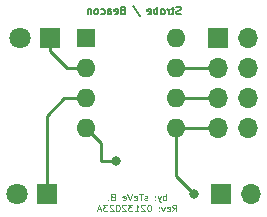
<source format=gbr>
G04 #@! TF.GenerationSoftware,KiCad,Pcbnew,(5.1.5)-3*
G04 #@! TF.CreationDate,2023-02-14T15:50:30-08:00*
G04 #@! TF.ProjectId,LED_Strobe,4c45445f-5374-4726-9f62-652e6b696361,rev?*
G04 #@! TF.SameCoordinates,Original*
G04 #@! TF.FileFunction,Copper,L2,Bot*
G04 #@! TF.FilePolarity,Positive*
%FSLAX46Y46*%
G04 Gerber Fmt 4.6, Leading zero omitted, Abs format (unit mm)*
G04 Created by KiCad (PCBNEW (5.1.5)-3) date 2023-02-14 15:50:30*
%MOMM*%
%LPD*%
G04 APERTURE LIST*
%ADD10C,0.101600*%
%ADD11C,0.152400*%
%ADD12O,1.700000X1.700000*%
%ADD13R,1.700000X1.700000*%
%ADD14O,1.600000X1.600000*%
%ADD15R,1.600000X1.600000*%
%ADD16C,1.800000*%
%ADD17R,1.800000X1.800000*%
%ADD18C,0.800000*%
%ADD19C,0.250000*%
G04 APERTURE END LIST*
D10*
X117777380Y-104684890D02*
X117777380Y-104126090D01*
X117777380Y-104338966D02*
X117724161Y-104312357D01*
X117617723Y-104312357D01*
X117564504Y-104338966D01*
X117537895Y-104365576D01*
X117511285Y-104418795D01*
X117511285Y-104578452D01*
X117537895Y-104631671D01*
X117564504Y-104658280D01*
X117617723Y-104684890D01*
X117724161Y-104684890D01*
X117777380Y-104658280D01*
X117325019Y-104312357D02*
X117191971Y-104684890D01*
X117058923Y-104312357D02*
X117191971Y-104684890D01*
X117245190Y-104817938D01*
X117271800Y-104844547D01*
X117325019Y-104871157D01*
X116846047Y-104631671D02*
X116819438Y-104658280D01*
X116846047Y-104684890D01*
X116872657Y-104658280D01*
X116846047Y-104631671D01*
X116846047Y-104684890D01*
X116846047Y-104338966D02*
X116819438Y-104365576D01*
X116846047Y-104392185D01*
X116872657Y-104365576D01*
X116846047Y-104338966D01*
X116846047Y-104392185D01*
X116180809Y-104658280D02*
X116127590Y-104684890D01*
X116021152Y-104684890D01*
X115967933Y-104658280D01*
X115941323Y-104605061D01*
X115941323Y-104578452D01*
X115967933Y-104525233D01*
X116021152Y-104498623D01*
X116100980Y-104498623D01*
X116154200Y-104472014D01*
X116180809Y-104418795D01*
X116180809Y-104392185D01*
X116154200Y-104338966D01*
X116100980Y-104312357D01*
X116021152Y-104312357D01*
X115967933Y-104338966D01*
X115781666Y-104126090D02*
X115462352Y-104126090D01*
X115622009Y-104684890D02*
X115622009Y-104126090D01*
X115063209Y-104658280D02*
X115116428Y-104684890D01*
X115222866Y-104684890D01*
X115276085Y-104658280D01*
X115302695Y-104605061D01*
X115302695Y-104392185D01*
X115276085Y-104338966D01*
X115222866Y-104312357D01*
X115116428Y-104312357D01*
X115063209Y-104338966D01*
X115036600Y-104392185D01*
X115036600Y-104445404D01*
X115302695Y-104498623D01*
X114876942Y-104126090D02*
X114690676Y-104684890D01*
X114504409Y-104126090D01*
X114105266Y-104658280D02*
X114158485Y-104684890D01*
X114264923Y-104684890D01*
X114318142Y-104658280D01*
X114344752Y-104605061D01*
X114344752Y-104392185D01*
X114318142Y-104338966D01*
X114264923Y-104312357D01*
X114158485Y-104312357D01*
X114105266Y-104338966D01*
X114078657Y-104392185D01*
X114078657Y-104445404D01*
X114344752Y-104498623D01*
X113227152Y-104392185D02*
X113147323Y-104418795D01*
X113120714Y-104445404D01*
X113094104Y-104498623D01*
X113094104Y-104578452D01*
X113120714Y-104631671D01*
X113147323Y-104658280D01*
X113200542Y-104684890D01*
X113413419Y-104684890D01*
X113413419Y-104126090D01*
X113227152Y-104126090D01*
X113173933Y-104152700D01*
X113147323Y-104179309D01*
X113120714Y-104232528D01*
X113120714Y-104285747D01*
X113147323Y-104338966D01*
X113173933Y-104365576D01*
X113227152Y-104392185D01*
X113413419Y-104392185D01*
X112854619Y-104631671D02*
X112828009Y-104658280D01*
X112854619Y-104684890D01*
X112881228Y-104658280D01*
X112854619Y-104631671D01*
X112854619Y-104684890D01*
X118309571Y-105624690D02*
X118495838Y-105358595D01*
X118628885Y-105624690D02*
X118628885Y-105065890D01*
X118416009Y-105065890D01*
X118362790Y-105092500D01*
X118336180Y-105119109D01*
X118309571Y-105172328D01*
X118309571Y-105252157D01*
X118336180Y-105305376D01*
X118362790Y-105331985D01*
X118416009Y-105358595D01*
X118628885Y-105358595D01*
X117857209Y-105598080D02*
X117910428Y-105624690D01*
X118016866Y-105624690D01*
X118070085Y-105598080D01*
X118096695Y-105544861D01*
X118096695Y-105331985D01*
X118070085Y-105278766D01*
X118016866Y-105252157D01*
X117910428Y-105252157D01*
X117857209Y-105278766D01*
X117830600Y-105331985D01*
X117830600Y-105385204D01*
X118096695Y-105438423D01*
X117644333Y-105252157D02*
X117511285Y-105624690D01*
X117378238Y-105252157D01*
X117165361Y-105571471D02*
X117138752Y-105598080D01*
X117165361Y-105624690D01*
X117191971Y-105598080D01*
X117165361Y-105571471D01*
X117165361Y-105624690D01*
X117165361Y-105278766D02*
X117138752Y-105305376D01*
X117165361Y-105331985D01*
X117191971Y-105305376D01*
X117165361Y-105278766D01*
X117165361Y-105331985D01*
X116367076Y-105065890D02*
X116313857Y-105065890D01*
X116260638Y-105092500D01*
X116234028Y-105119109D01*
X116207419Y-105172328D01*
X116180809Y-105278766D01*
X116180809Y-105411814D01*
X116207419Y-105518252D01*
X116234028Y-105571471D01*
X116260638Y-105598080D01*
X116313857Y-105624690D01*
X116367076Y-105624690D01*
X116420295Y-105598080D01*
X116446904Y-105571471D01*
X116473514Y-105518252D01*
X116500123Y-105411814D01*
X116500123Y-105278766D01*
X116473514Y-105172328D01*
X116446904Y-105119109D01*
X116420295Y-105092500D01*
X116367076Y-105065890D01*
X115967933Y-105119109D02*
X115941323Y-105092500D01*
X115888104Y-105065890D01*
X115755057Y-105065890D01*
X115701838Y-105092500D01*
X115675228Y-105119109D01*
X115648619Y-105172328D01*
X115648619Y-105225547D01*
X115675228Y-105305376D01*
X115994542Y-105624690D01*
X115648619Y-105624690D01*
X115116428Y-105624690D02*
X115435742Y-105624690D01*
X115276085Y-105624690D02*
X115276085Y-105065890D01*
X115329304Y-105145719D01*
X115382523Y-105198938D01*
X115435742Y-105225547D01*
X114930161Y-105065890D02*
X114584238Y-105065890D01*
X114770504Y-105278766D01*
X114690676Y-105278766D01*
X114637457Y-105305376D01*
X114610847Y-105331985D01*
X114584238Y-105385204D01*
X114584238Y-105518252D01*
X114610847Y-105571471D01*
X114637457Y-105598080D01*
X114690676Y-105624690D01*
X114850333Y-105624690D01*
X114903552Y-105598080D01*
X114930161Y-105571471D01*
X114371361Y-105119109D02*
X114344752Y-105092500D01*
X114291533Y-105065890D01*
X114158485Y-105065890D01*
X114105266Y-105092500D01*
X114078657Y-105119109D01*
X114052047Y-105172328D01*
X114052047Y-105225547D01*
X114078657Y-105305376D01*
X114397971Y-105624690D01*
X114052047Y-105624690D01*
X113706123Y-105065890D02*
X113652904Y-105065890D01*
X113599685Y-105092500D01*
X113573076Y-105119109D01*
X113546466Y-105172328D01*
X113519857Y-105278766D01*
X113519857Y-105411814D01*
X113546466Y-105518252D01*
X113573076Y-105571471D01*
X113599685Y-105598080D01*
X113652904Y-105624690D01*
X113706123Y-105624690D01*
X113759342Y-105598080D01*
X113785952Y-105571471D01*
X113812561Y-105518252D01*
X113839171Y-105411814D01*
X113839171Y-105278766D01*
X113812561Y-105172328D01*
X113785952Y-105119109D01*
X113759342Y-105092500D01*
X113706123Y-105065890D01*
X113306980Y-105119109D02*
X113280371Y-105092500D01*
X113227152Y-105065890D01*
X113094104Y-105065890D01*
X113040885Y-105092500D01*
X113014276Y-105119109D01*
X112987666Y-105172328D01*
X112987666Y-105225547D01*
X113014276Y-105305376D01*
X113333590Y-105624690D01*
X112987666Y-105624690D01*
X112801400Y-105065890D02*
X112455476Y-105065890D01*
X112641742Y-105278766D01*
X112561914Y-105278766D01*
X112508695Y-105305376D01*
X112482085Y-105331985D01*
X112455476Y-105385204D01*
X112455476Y-105518252D01*
X112482085Y-105571471D01*
X112508695Y-105598080D01*
X112561914Y-105624690D01*
X112721571Y-105624690D01*
X112774790Y-105598080D01*
X112801400Y-105571471D01*
X112242600Y-105465033D02*
X111976504Y-105465033D01*
X112295819Y-105624690D02*
X112109552Y-105065890D01*
X111923285Y-105624690D01*
D11*
X119008071Y-88903023D02*
X118917357Y-88933261D01*
X118766166Y-88933261D01*
X118705690Y-88903023D01*
X118675452Y-88872785D01*
X118645214Y-88812309D01*
X118645214Y-88751833D01*
X118675452Y-88691357D01*
X118705690Y-88661119D01*
X118766166Y-88630880D01*
X118887119Y-88600642D01*
X118947595Y-88570404D01*
X118977833Y-88540166D01*
X119008071Y-88479690D01*
X119008071Y-88419214D01*
X118977833Y-88358738D01*
X118947595Y-88328500D01*
X118887119Y-88298261D01*
X118735928Y-88298261D01*
X118645214Y-88328500D01*
X118463785Y-88509928D02*
X118221880Y-88509928D01*
X118373071Y-88298261D02*
X118373071Y-88842547D01*
X118342833Y-88903023D01*
X118282357Y-88933261D01*
X118221880Y-88933261D01*
X118010214Y-88933261D02*
X118010214Y-88509928D01*
X118010214Y-88630880D02*
X117979976Y-88570404D01*
X117949738Y-88540166D01*
X117889261Y-88509928D01*
X117828785Y-88509928D01*
X117526404Y-88933261D02*
X117586880Y-88903023D01*
X117617119Y-88872785D01*
X117647357Y-88812309D01*
X117647357Y-88630880D01*
X117617119Y-88570404D01*
X117586880Y-88540166D01*
X117526404Y-88509928D01*
X117435690Y-88509928D01*
X117375214Y-88540166D01*
X117344976Y-88570404D01*
X117314738Y-88630880D01*
X117314738Y-88812309D01*
X117344976Y-88872785D01*
X117375214Y-88903023D01*
X117435690Y-88933261D01*
X117526404Y-88933261D01*
X117042595Y-88933261D02*
X117042595Y-88298261D01*
X117042595Y-88540166D02*
X116982119Y-88509928D01*
X116861166Y-88509928D01*
X116800690Y-88540166D01*
X116770452Y-88570404D01*
X116740214Y-88630880D01*
X116740214Y-88812309D01*
X116770452Y-88872785D01*
X116800690Y-88903023D01*
X116861166Y-88933261D01*
X116982119Y-88933261D01*
X117042595Y-88903023D01*
X116226166Y-88903023D02*
X116286642Y-88933261D01*
X116407595Y-88933261D01*
X116468071Y-88903023D01*
X116498309Y-88842547D01*
X116498309Y-88600642D01*
X116468071Y-88540166D01*
X116407595Y-88509928D01*
X116286642Y-88509928D01*
X116226166Y-88540166D01*
X116195928Y-88600642D01*
X116195928Y-88661119D01*
X116498309Y-88721595D01*
X114986404Y-88268023D02*
X115530690Y-89084452D01*
X114079261Y-88600642D02*
X113988547Y-88630880D01*
X113958309Y-88661119D01*
X113928071Y-88721595D01*
X113928071Y-88812309D01*
X113958309Y-88872785D01*
X113988547Y-88903023D01*
X114049023Y-88933261D01*
X114290928Y-88933261D01*
X114290928Y-88298261D01*
X114079261Y-88298261D01*
X114018785Y-88328500D01*
X113988547Y-88358738D01*
X113958309Y-88419214D01*
X113958309Y-88479690D01*
X113988547Y-88540166D01*
X114018785Y-88570404D01*
X114079261Y-88600642D01*
X114290928Y-88600642D01*
X113414023Y-88903023D02*
X113474500Y-88933261D01*
X113595452Y-88933261D01*
X113655928Y-88903023D01*
X113686166Y-88842547D01*
X113686166Y-88600642D01*
X113655928Y-88540166D01*
X113595452Y-88509928D01*
X113474500Y-88509928D01*
X113414023Y-88540166D01*
X113383785Y-88600642D01*
X113383785Y-88661119D01*
X113686166Y-88721595D01*
X112839500Y-88933261D02*
X112839500Y-88600642D01*
X112869738Y-88540166D01*
X112930214Y-88509928D01*
X113051166Y-88509928D01*
X113111642Y-88540166D01*
X112839500Y-88903023D02*
X112899976Y-88933261D01*
X113051166Y-88933261D01*
X113111642Y-88903023D01*
X113141880Y-88842547D01*
X113141880Y-88782071D01*
X113111642Y-88721595D01*
X113051166Y-88691357D01*
X112899976Y-88691357D01*
X112839500Y-88661119D01*
X112264976Y-88903023D02*
X112325452Y-88933261D01*
X112446404Y-88933261D01*
X112506880Y-88903023D01*
X112537119Y-88872785D01*
X112567357Y-88812309D01*
X112567357Y-88630880D01*
X112537119Y-88570404D01*
X112506880Y-88540166D01*
X112446404Y-88509928D01*
X112325452Y-88509928D01*
X112264976Y-88540166D01*
X111902119Y-88933261D02*
X111962595Y-88903023D01*
X111992833Y-88872785D01*
X112023071Y-88812309D01*
X112023071Y-88630880D01*
X111992833Y-88570404D01*
X111962595Y-88540166D01*
X111902119Y-88509928D01*
X111811404Y-88509928D01*
X111750928Y-88540166D01*
X111720690Y-88570404D01*
X111690452Y-88630880D01*
X111690452Y-88812309D01*
X111720690Y-88872785D01*
X111750928Y-88903023D01*
X111811404Y-88933261D01*
X111902119Y-88933261D01*
X111418309Y-88509928D02*
X111418309Y-88933261D01*
X111418309Y-88570404D02*
X111388071Y-88540166D01*
X111327595Y-88509928D01*
X111236880Y-88509928D01*
X111176404Y-88540166D01*
X111146166Y-88600642D01*
X111146166Y-88933261D01*
D12*
X124714000Y-98552000D03*
X122174000Y-98552000D03*
X124714000Y-96012000D03*
X122174000Y-96012000D03*
X124714000Y-93472000D03*
X122174000Y-93472000D03*
X124714000Y-90932000D03*
D13*
X122174000Y-90932000D03*
X122428000Y-104140000D03*
D12*
X124968000Y-104140000D03*
D14*
X118640000Y-90994000D03*
X111020000Y-98614000D03*
X118640000Y-93534000D03*
X111020000Y-96074000D03*
X118640000Y-96074000D03*
X111020000Y-93534000D03*
X118640000Y-98614000D03*
D15*
X111020000Y-90994000D03*
D16*
X105410000Y-90932000D03*
D17*
X107950000Y-90932000D03*
X107696000Y-104140000D03*
D16*
X105156000Y-104140000D03*
D18*
X120141993Y-104139993D03*
X113538000Y-101346000D03*
D19*
X107696000Y-97536000D02*
X107696000Y-104140000D01*
X111020000Y-96074000D02*
X109158000Y-96074000D01*
X109158000Y-96074000D02*
X107696000Y-97536000D01*
X109888630Y-93534000D02*
X111020000Y-93534000D01*
X109402000Y-93534000D02*
X109888630Y-93534000D01*
X107950000Y-92082000D02*
X109402000Y-93534000D01*
X107950000Y-90932000D02*
X107950000Y-92082000D01*
X122236000Y-96074000D02*
X122428000Y-96266000D01*
X118640000Y-96074000D02*
X122236000Y-96074000D01*
X122236000Y-93534000D02*
X122428000Y-93726000D01*
X118578000Y-93534000D02*
X122174000Y-93534000D01*
X122112000Y-98614000D02*
X122174000Y-98552000D01*
X118640000Y-98614000D02*
X122112000Y-98614000D01*
X118618000Y-98494000D02*
X118618000Y-102616000D01*
X119741994Y-103739994D02*
X120141993Y-104139993D01*
X118618000Y-102616000D02*
X119741994Y-103739994D01*
X112268000Y-101346000D02*
X113538000Y-101346000D01*
X111020000Y-98614000D02*
X112268000Y-99862000D01*
X112268000Y-99862000D02*
X112268000Y-101346000D01*
M02*

</source>
